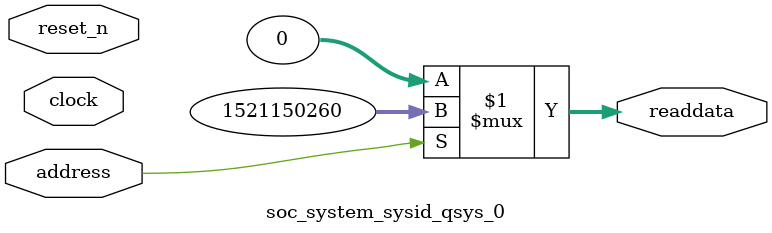
<source format=v>



// synthesis translate_off
`timescale 1ns / 1ps
// synthesis translate_on

// turn off superfluous verilog processor warnings 
// altera message_level Level1 
// altera message_off 10034 10035 10036 10037 10230 10240 10030 

module soc_system_sysid_qsys_0 (
               // inputs:
                address,
                clock,
                reset_n,

               // outputs:
                readdata
             )
;

  output  [ 31: 0] readdata;
  input            address;
  input            clock;
  input            reset_n;

  wire    [ 31: 0] readdata;
  //control_slave, which is an e_avalon_slave
  assign readdata = address ? 1521150260 : 0;

endmodule



</source>
